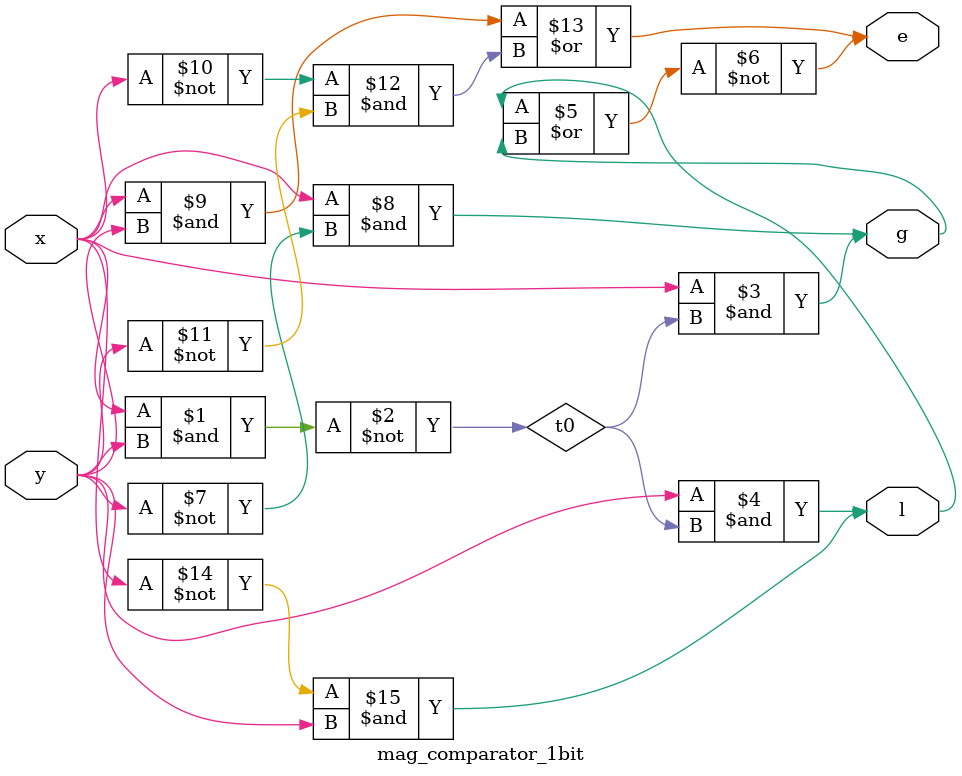
<source format=v>
`timescale 1ns / 1ps


module mag_comparator_1bit(
    input x,y,
    output wire g,e,l                // g = greater, e = equal, l = less
    );
    
// STRUCTURAL MODELLING

wire t0;
nand g0 (t0,x,y);
and g1(g,x,t0), g2 (l,y,t0);
nor g4(e,l,g);


//DATAFLOW

assign g = x & ~y;
assign e = (x&y) | (~x & ~y);
assign l = ~x & y;



endmodule

</source>
